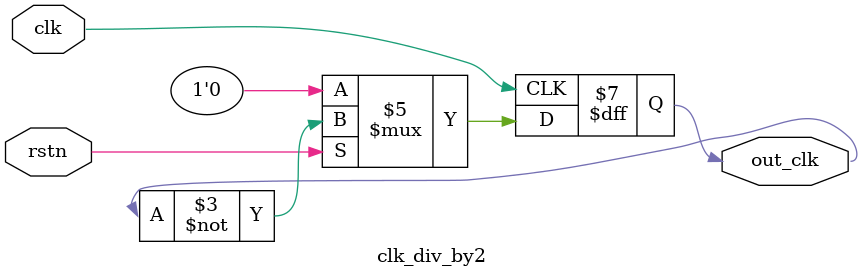
<source format=v>
`timescale 1ns / 1ps


module clk_div_by2 (
    input  wire clk,
    input  wire rstn,
    output reg  out_clk
);

    always @(posedge clk) begin
        if (!rstn)
            out_clk <= 1'b0;
        else
            out_clk <= ~out_clk;
    end	

endmodule

</source>
